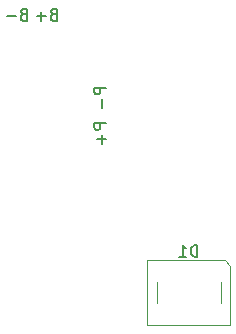
<source format=gbr>
%TF.GenerationSoftware,KiCad,Pcbnew,9.0.7*%
%TF.CreationDate,2026-01-31T17:00:11+00:00*%
%TF.ProjectId,timetable,74696d65-7461-4626-9c65-2e6b69636164,rev?*%
%TF.SameCoordinates,Original*%
%TF.FileFunction,Legend,Bot*%
%TF.FilePolarity,Positive*%
%FSLAX46Y46*%
G04 Gerber Fmt 4.6, Leading zero omitted, Abs format (unit mm)*
G04 Created by KiCad (PCBNEW 9.0.7) date 2026-01-31 17:00:11*
%MOMM*%
%LPD*%
G01*
G04 APERTURE LIST*
%ADD10C,0.150000*%
%ADD11C,0.120000*%
G04 APERTURE END LIST*
D10*
X216238094Y-46454819D02*
X216238094Y-45454819D01*
X216238094Y-45454819D02*
X215999999Y-45454819D01*
X215999999Y-45454819D02*
X215857142Y-45502438D01*
X215857142Y-45502438D02*
X215761904Y-45597676D01*
X215761904Y-45597676D02*
X215714285Y-45692914D01*
X215714285Y-45692914D02*
X215666666Y-45883390D01*
X215666666Y-45883390D02*
X215666666Y-46026247D01*
X215666666Y-46026247D02*
X215714285Y-46216723D01*
X215714285Y-46216723D02*
X215761904Y-46311961D01*
X215761904Y-46311961D02*
X215857142Y-46407200D01*
X215857142Y-46407200D02*
X215999999Y-46454819D01*
X215999999Y-46454819D02*
X216238094Y-46454819D01*
X214714285Y-46454819D02*
X215285713Y-46454819D01*
X214999999Y-46454819D02*
X214999999Y-45454819D01*
X214999999Y-45454819D02*
X215095237Y-45597676D01*
X215095237Y-45597676D02*
X215190475Y-45692914D01*
X215190475Y-45692914D02*
X215285713Y-45740533D01*
X201497618Y-25931009D02*
X201354761Y-25978628D01*
X201354761Y-25978628D02*
X201307142Y-26026247D01*
X201307142Y-26026247D02*
X201259523Y-26121485D01*
X201259523Y-26121485D02*
X201259523Y-26264342D01*
X201259523Y-26264342D02*
X201307142Y-26359580D01*
X201307142Y-26359580D02*
X201354761Y-26407200D01*
X201354761Y-26407200D02*
X201449999Y-26454819D01*
X201449999Y-26454819D02*
X201830951Y-26454819D01*
X201830951Y-26454819D02*
X201830951Y-25454819D01*
X201830951Y-25454819D02*
X201497618Y-25454819D01*
X201497618Y-25454819D02*
X201402380Y-25502438D01*
X201402380Y-25502438D02*
X201354761Y-25550057D01*
X201354761Y-25550057D02*
X201307142Y-25645295D01*
X201307142Y-25645295D02*
X201307142Y-25740533D01*
X201307142Y-25740533D02*
X201354761Y-25835771D01*
X201354761Y-25835771D02*
X201402380Y-25883390D01*
X201402380Y-25883390D02*
X201497618Y-25931009D01*
X201497618Y-25931009D02*
X201830951Y-25931009D01*
X200830951Y-26073866D02*
X200069047Y-26073866D01*
X208494819Y-35119048D02*
X207494819Y-35119048D01*
X207494819Y-35119048D02*
X207494819Y-35500000D01*
X207494819Y-35500000D02*
X207542438Y-35595238D01*
X207542438Y-35595238D02*
X207590057Y-35642857D01*
X207590057Y-35642857D02*
X207685295Y-35690476D01*
X207685295Y-35690476D02*
X207828152Y-35690476D01*
X207828152Y-35690476D02*
X207923390Y-35642857D01*
X207923390Y-35642857D02*
X207971009Y-35595238D01*
X207971009Y-35595238D02*
X208018628Y-35500000D01*
X208018628Y-35500000D02*
X208018628Y-35119048D01*
X208113866Y-36119048D02*
X208113866Y-36880953D01*
X208494819Y-36500000D02*
X207732914Y-36500000D01*
X208494819Y-32119048D02*
X207494819Y-32119048D01*
X207494819Y-32119048D02*
X207494819Y-32500000D01*
X207494819Y-32500000D02*
X207542438Y-32595238D01*
X207542438Y-32595238D02*
X207590057Y-32642857D01*
X207590057Y-32642857D02*
X207685295Y-32690476D01*
X207685295Y-32690476D02*
X207828152Y-32690476D01*
X207828152Y-32690476D02*
X207923390Y-32642857D01*
X207923390Y-32642857D02*
X207971009Y-32595238D01*
X207971009Y-32595238D02*
X208018628Y-32500000D01*
X208018628Y-32500000D02*
X208018628Y-32119048D01*
X208113866Y-33119048D02*
X208113866Y-33880953D01*
X204047618Y-25931009D02*
X203904761Y-25978628D01*
X203904761Y-25978628D02*
X203857142Y-26026247D01*
X203857142Y-26026247D02*
X203809523Y-26121485D01*
X203809523Y-26121485D02*
X203809523Y-26264342D01*
X203809523Y-26264342D02*
X203857142Y-26359580D01*
X203857142Y-26359580D02*
X203904761Y-26407200D01*
X203904761Y-26407200D02*
X203999999Y-26454819D01*
X203999999Y-26454819D02*
X204380951Y-26454819D01*
X204380951Y-26454819D02*
X204380951Y-25454819D01*
X204380951Y-25454819D02*
X204047618Y-25454819D01*
X204047618Y-25454819D02*
X203952380Y-25502438D01*
X203952380Y-25502438D02*
X203904761Y-25550057D01*
X203904761Y-25550057D02*
X203857142Y-25645295D01*
X203857142Y-25645295D02*
X203857142Y-25740533D01*
X203857142Y-25740533D02*
X203904761Y-25835771D01*
X203904761Y-25835771D02*
X203952380Y-25883390D01*
X203952380Y-25883390D02*
X204047618Y-25931009D01*
X204047618Y-25931009D02*
X204380951Y-25931009D01*
X203380951Y-26073866D02*
X202619047Y-26073866D01*
X202999999Y-26454819D02*
X202999999Y-25692914D01*
D11*
%TO.C,D1*%
X212000000Y-46750000D02*
X218550000Y-46750000D01*
X212000000Y-52250000D02*
X212000000Y-46750000D01*
X212000000Y-52250000D02*
X219000000Y-52250000D01*
X212800000Y-48600000D02*
X212800000Y-50400000D01*
X218200000Y-48600000D02*
X218200000Y-50400000D01*
X218550000Y-46750000D02*
X219000000Y-47200000D01*
X219000000Y-47200000D02*
X219000000Y-52250000D01*
%TD*%
M02*

</source>
